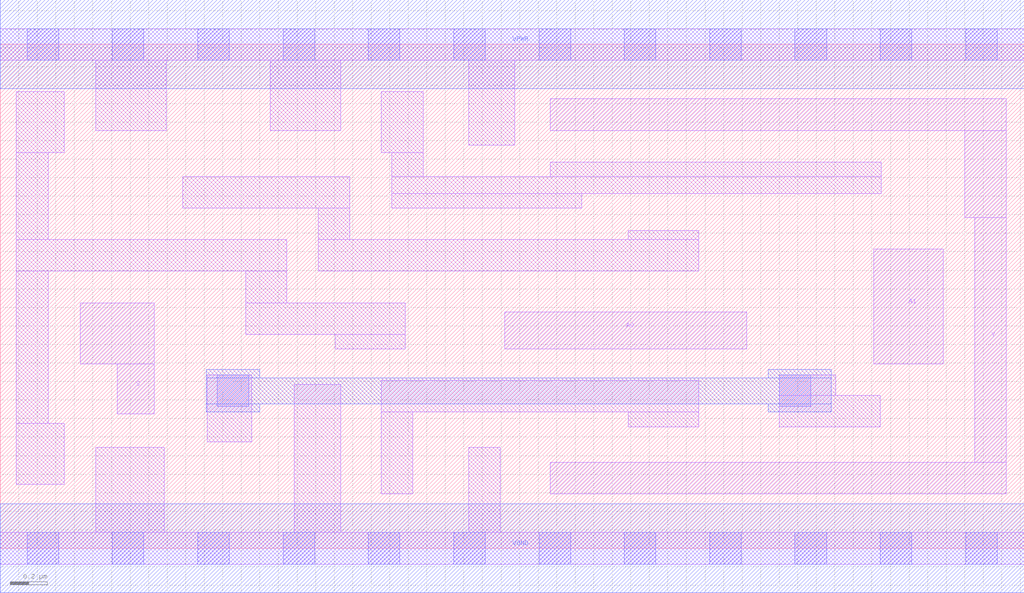
<source format=lef>
# Copyright 2020 The SkyWater PDK Authors
#
# Licensed under the Apache License, Version 2.0 (the "License");
# you may not use this file except in compliance with the License.
# You may obtain a copy of the License at
#
#     https://www.apache.org/licenses/LICENSE-2.0
#
# Unless required by applicable law or agreed to in writing, software
# distributed under the License is distributed on an "AS IS" BASIS,
# WITHOUT WARRANTIES OR CONDITIONS OF ANY KIND, either express or implied.
# See the License for the specific language governing permissions and
# limitations under the License.
#
# SPDX-License-Identifier: Apache-2.0

VERSION 5.7 ;
  NAMESCASESENSITIVE ON ;
  NOWIREEXTENSIONATPIN ON ;
  DIVIDERCHAR "/" ;
  BUSBITCHARS "[]" ;
UNITS
  DATABASE MICRONS 200 ;
END UNITS
PROPERTYDEFINITIONS
  MACRO maskLayoutSubType STRING ;
  MACRO prCellType STRING ;
  MACRO originalViewName STRING ;
END PROPERTYDEFINITIONS
MACRO sky130_fd_sc_hdll__mux2i_2
  CLASS CORE ;
  FOREIGN sky130_fd_sc_hdll__mux2i_2 ;
  ORIGIN  0.000000  0.000000 ;
  SIZE  5.520000 BY  2.720000 ;
  SYMMETRY X Y R90 ;
  SITE unithd ;
  PIN A0
    ANTENNAGATEAREA  0.555000 ;
    DIRECTION INPUT ;
    USE SIGNAL ;
    PORT
      LAYER li1 ;
        RECT 2.720000 1.075000 4.025000 1.275000 ;
    END
  END A0
  PIN A1
    ANTENNAGATEAREA  0.555000 ;
    DIRECTION INPUT ;
    USE SIGNAL ;
    PORT
      LAYER li1 ;
        RECT 4.710000 0.995000 5.085000 1.615000 ;
    END
  END A1
  PIN S
    ANTENNAGATEAREA  0.832500 ;
    DIRECTION INPUT ;
    USE SIGNAL ;
    PORT
      LAYER li1 ;
        RECT 0.430000 0.995000 0.830000 1.325000 ;
        RECT 0.630000 0.725000 0.830000 0.995000 ;
    END
  END S
  PIN Y
    ANTENNADIFFAREA  1.796250 ;
    DIRECTION OUTPUT ;
    USE SIGNAL ;
    PORT
      LAYER li1 ;
        RECT 2.965000 0.295000 5.425000 0.465000 ;
        RECT 2.965000 2.255000 5.425000 2.425000 ;
        RECT 5.200000 1.785000 5.425000 2.255000 ;
        RECT 5.255000 0.465000 5.425000 1.785000 ;
    END
  END Y
  PIN VGND
    DIRECTION INOUT ;
    USE GROUND ;
    PORT
      LAYER met1 ;
        RECT 0.000000 -0.240000 5.520000 0.240000 ;
    END
  END VGND
  PIN VPWR
    DIRECTION INOUT ;
    USE POWER ;
    PORT
      LAYER met1 ;
        RECT 0.000000 2.480000 5.520000 2.960000 ;
    END
  END VPWR
  OBS
    LAYER li1 ;
      RECT 0.000000 -0.085000 5.520000 0.085000 ;
      RECT 0.000000  2.635000 5.520000 2.805000 ;
      RECT 0.085000  0.345000 0.345000 0.675000 ;
      RECT 0.085000  0.675000 0.260000 1.495000 ;
      RECT 0.085000  1.495000 1.545000 1.665000 ;
      RECT 0.085000  1.665000 0.260000 2.135000 ;
      RECT 0.085000  2.135000 0.345000 2.465000 ;
      RECT 0.515000  0.085000 0.885000 0.545000 ;
      RECT 0.515000  2.255000 0.895000 2.635000 ;
      RECT 0.985000  1.835000 1.885000 2.005000 ;
      RECT 1.115000  0.575000 1.355000 0.935000 ;
      RECT 1.325000  1.155000 2.185000 1.325000 ;
      RECT 1.325000  1.325000 1.545000 1.495000 ;
      RECT 1.455000  2.255000 1.835000 2.635000 ;
      RECT 1.585000  0.085000 1.835000 0.885000 ;
      RECT 1.715000  1.495000 3.765000 1.665000 ;
      RECT 1.715000  1.665000 1.885000 1.835000 ;
      RECT 1.805000  1.075000 2.185000 1.155000 ;
      RECT 2.055000  0.295000 2.225000 0.735000 ;
      RECT 2.055000  0.735000 3.765000 0.905000 ;
      RECT 2.055000  2.135000 2.280000 2.465000 ;
      RECT 2.110000  1.835000 3.135000 1.915000 ;
      RECT 2.110000  1.915000 4.750000 2.005000 ;
      RECT 2.110000  2.005000 2.280000 2.135000 ;
      RECT 2.525000  0.085000 2.695000 0.545000 ;
      RECT 2.525000  2.175000 2.775000 2.635000 ;
      RECT 2.965000  2.005000 4.750000 2.085000 ;
      RECT 3.385000  0.655000 3.765000 0.735000 ;
      RECT 3.385000  1.665000 3.765000 1.715000 ;
      RECT 4.200000  0.655000 4.745000 0.825000 ;
      RECT 4.200000  0.825000 4.505000 0.935000 ;
    LAYER mcon ;
      RECT 0.145000 -0.085000 0.315000 0.085000 ;
      RECT 0.145000  2.635000 0.315000 2.805000 ;
      RECT 0.605000 -0.085000 0.775000 0.085000 ;
      RECT 0.605000  2.635000 0.775000 2.805000 ;
      RECT 1.065000 -0.085000 1.235000 0.085000 ;
      RECT 1.065000  2.635000 1.235000 2.805000 ;
      RECT 1.170000  0.765000 1.340000 0.935000 ;
      RECT 1.525000 -0.085000 1.695000 0.085000 ;
      RECT 1.525000  2.635000 1.695000 2.805000 ;
      RECT 1.985000 -0.085000 2.155000 0.085000 ;
      RECT 1.985000  2.635000 2.155000 2.805000 ;
      RECT 2.445000 -0.085000 2.615000 0.085000 ;
      RECT 2.445000  2.635000 2.615000 2.805000 ;
      RECT 2.905000 -0.085000 3.075000 0.085000 ;
      RECT 2.905000  2.635000 3.075000 2.805000 ;
      RECT 3.365000 -0.085000 3.535000 0.085000 ;
      RECT 3.365000  2.635000 3.535000 2.805000 ;
      RECT 3.825000 -0.085000 3.995000 0.085000 ;
      RECT 3.825000  2.635000 3.995000 2.805000 ;
      RECT 4.200000  0.765000 4.370000 0.935000 ;
      RECT 4.285000 -0.085000 4.455000 0.085000 ;
      RECT 4.285000  2.635000 4.455000 2.805000 ;
      RECT 4.745000 -0.085000 4.915000 0.085000 ;
      RECT 4.745000  2.635000 4.915000 2.805000 ;
      RECT 5.205000 -0.085000 5.375000 0.085000 ;
      RECT 5.205000  2.635000 5.375000 2.805000 ;
    LAYER met1 ;
      RECT 1.110000 0.735000 1.400000 0.780000 ;
      RECT 1.110000 0.780000 4.480000 0.920000 ;
      RECT 1.110000 0.920000 1.400000 0.965000 ;
      RECT 4.140000 0.735000 4.480000 0.780000 ;
      RECT 4.140000 0.920000 4.480000 0.965000 ;
  END
  PROPERTY maskLayoutSubType "abstract" ;
  PROPERTY prCellType "standard" ;
  PROPERTY originalViewName "layout" ;
END sky130_fd_sc_hdll__mux2i_2
END LIBRARY

</source>
